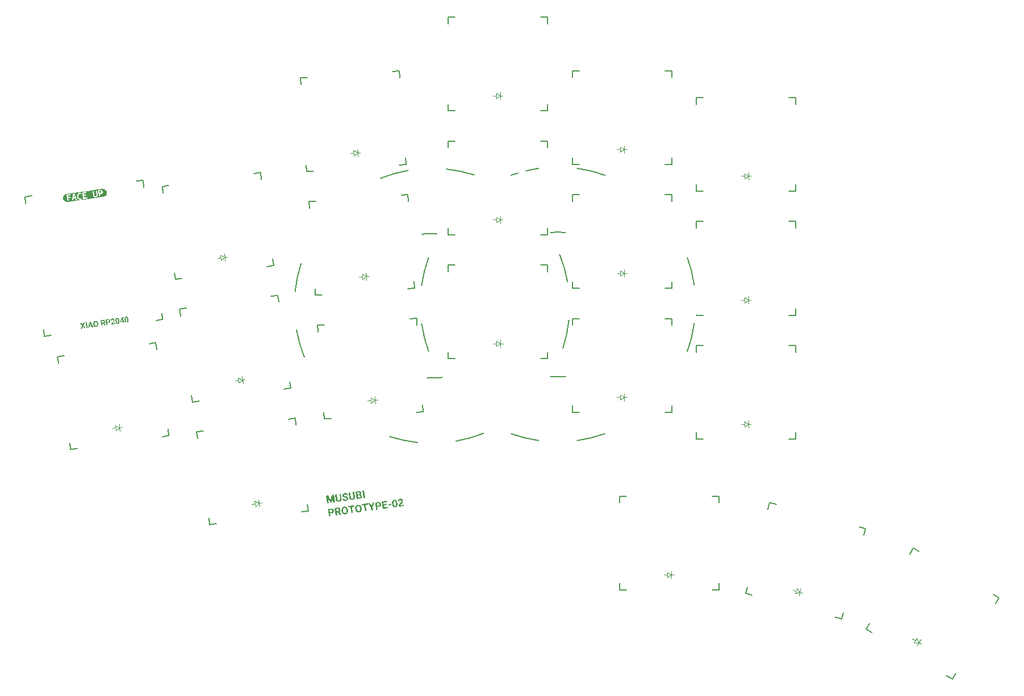
<source format=gto>
G04 #@! TF.GenerationSoftware,KiCad,Pcbnew,(6.0.7-1)-1*
G04 #@! TF.CreationDate,2023-01-14T03:29:51-05:00*
G04 #@! TF.ProjectId,musubi_rev2,6d757375-6269-45f7-9265-76322e6b6963,rev?*
G04 #@! TF.SameCoordinates,Original*
G04 #@! TF.FileFunction,Legend,Top*
G04 #@! TF.FilePolarity,Positive*
%FSLAX46Y46*%
G04 Gerber Fmt 4.6, Leading zero omitted, Abs format (unit mm)*
G04 Created by KiCad (PCBNEW (6.0.7-1)-1) date 2023-01-14 03:29:51*
%MOMM*%
%LPD*%
G01*
G04 APERTURE LIST*
G04 Aperture macros list*
%AMHorizOval*
0 Thick line with rounded ends*
0 $1 width*
0 $2 $3 position (X,Y) of the first rounded end (center of the circle)*
0 $4 $5 position (X,Y) of the second rounded end (center of the circle)*
0 Add line between two ends*
20,1,$1,$2,$3,$4,$5,0*
0 Add two circle primitives to create the rounded ends*
1,1,$1,$2,$3*
1,1,$1,$4,$5*%
%AMRotRect*
0 Rectangle, with rotation*
0 The origin of the aperture is its center*
0 $1 length*
0 $2 width*
0 $3 Rotation angle, in degrees counterclockwise*
0 Add horizontal line*
21,1,$1,$2,0,0,$3*%
G04 Aperture macros list end*
%ADD10C,0.100000*%
%ADD11C,0.150000*%
%ADD12C,0.200000*%
%ADD13R,1.200000X1.200000*%
%ADD14O,0.300000X4.100000*%
%ADD15C,1.300000*%
%ADD16O,5.100000X0.300000*%
%ADD17O,2.000000X4.100000*%
%ADD18O,5.100000X4.100000*%
%ADD19C,1.600000*%
%ADD20C,1.400000*%
%ADD21RotRect,1.200000X1.200000X184.000000*%
%ADD22C,1.500000*%
%ADD23O,2.200000X1.600000*%
%ADD24HorizOval,0.300000X2.376643X0.334015X-2.376643X-0.334015X0*%
%ADD25HorizOval,0.300000X-0.264429X1.881509X0.264429X-1.881509X0*%
%ADD26HorizOval,4.100000X0.495134X0.069587X-0.495134X-0.069587X0*%
%ADD27HorizOval,2.000000X-0.146132X1.039781X0.146132X-1.039781X0*%
%ADD28RotRect,1.200000X1.200000X188.000000*%
%ADD29C,4.400000*%
%ADD30C,2.600000*%
%ADD31HorizOval,0.300000X2.394154X0.167416X-2.394154X-0.167416X0*%
%ADD32HorizOval,0.300000X-0.132537X1.895372X0.132537X-1.895372X0*%
%ADD33HorizOval,2.000000X-0.073244X1.047442X0.073244X-1.047442X0*%
%ADD34HorizOval,4.100000X0.498782X0.034878X-0.498782X-0.034878X0*%
%ADD35HorizOval,2.000000X-0.525000X-0.909327X0.525000X0.909327X0*%
%ADD36HorizOval,0.300000X2.078461X-1.200000X-2.078461X1.200000X0*%
%ADD37HorizOval,4.100000X0.433013X-0.250000X-0.433013X0.250000X0*%
%ADD38HorizOval,0.300000X-0.950000X-1.645448X0.950000X1.645448X0*%
%ADD39HorizOval,1.800000X0.470377X0.066107X-0.470377X-0.066107X0*%
%ADD40HorizOval,1.800000X-0.470377X-0.066107X0.470377X0.066107X0*%
%ADD41C,1.397000*%
%ADD42RotRect,1.200000X1.200000X165.000000*%
%ADD43RotRect,1.200000X1.200000X150.000000*%
%ADD44HorizOval,0.300000X2.318222X-0.621166X-2.318222X0.621166X0*%
%ADD45HorizOval,4.100000X0.482963X-0.129410X-0.482963X0.129410X0*%
%ADD46HorizOval,0.300000X-0.491756X-1.835259X0.491756X1.835259X0*%
%ADD47HorizOval,2.000000X-0.271760X-1.014222X0.271760X1.014222X0*%
G04 APERTURE END LIST*
D10*
X153016364Y-98850848D02*
X153016364Y-98050848D01*
X153616364Y-98450848D02*
X153616364Y-99000848D01*
X153616364Y-98450848D02*
X153616364Y-97900848D01*
X153016364Y-98450848D02*
X152516364Y-98450848D01*
X154016364Y-98450848D02*
X153616364Y-98450848D01*
X153016364Y-98050848D02*
X153616364Y-98450848D01*
X153616364Y-98450848D02*
X153016364Y-98850848D01*
D11*
X160666363Y-49713410D02*
X160666363Y-50713410D01*
X146866363Y-63713410D02*
X145866363Y-63713410D01*
X159666355Y-63713246D02*
X160666355Y-63713246D01*
X145866363Y-49713410D02*
X146866363Y-49713410D01*
X145866355Y-62713246D02*
X145866355Y-63713246D01*
X145866363Y-50713410D02*
X145866363Y-49713410D01*
X160666355Y-49713246D02*
X159666355Y-49713246D01*
X160666355Y-63713246D02*
X160666355Y-62713246D01*
D10*
X116441821Y-98880143D02*
X116403455Y-98331483D01*
X115815380Y-98522971D02*
X116441821Y-98880143D01*
X116441821Y-98880143D02*
X116480187Y-99428803D01*
X115871186Y-99321023D02*
X115815380Y-98522971D01*
X115843283Y-98921997D02*
X115344501Y-98956875D01*
X116840847Y-98852241D02*
X116441821Y-98880143D01*
X116441821Y-98880143D02*
X115871186Y-99321023D01*
X135516439Y-53450910D02*
X135116439Y-53450910D01*
X134516439Y-53450910D02*
X134016439Y-53450910D01*
X135116439Y-53450910D02*
X134516439Y-53850910D01*
X134516439Y-53850910D02*
X134516439Y-53050910D01*
X135116439Y-53450910D02*
X135116439Y-52900910D01*
X134516439Y-53050910D02*
X135116439Y-53450910D01*
X135116439Y-53450910D02*
X135116439Y-54000910D01*
X172116327Y-65450912D02*
X172116327Y-66000912D01*
X172116327Y-65450912D02*
X172116327Y-64900912D01*
X171516327Y-65050912D02*
X172116327Y-65450912D01*
X172516327Y-65450912D02*
X172116327Y-65450912D01*
X171516327Y-65850912D02*
X171516327Y-65050912D01*
X171516327Y-65450912D02*
X171016327Y-65450912D01*
X172116327Y-65450912D02*
X171516327Y-65850912D01*
D11*
X167711596Y-113213119D02*
X166711596Y-113213119D01*
X167711604Y-113213283D02*
X167711604Y-114213283D01*
X152911604Y-114213283D02*
X152911604Y-113213283D01*
X167711596Y-127213119D02*
X167711596Y-126213119D01*
X152911596Y-126213119D02*
X152911596Y-127213119D01*
X166711596Y-127213119D02*
X167711596Y-127213119D01*
X152911604Y-113213283D02*
X153911604Y-113213283D01*
X153911604Y-127213283D02*
X152911604Y-127213283D01*
X89875497Y-103617045D02*
X90865765Y-103477872D01*
X105489589Y-115560048D02*
X106479857Y-115420875D01*
X90014670Y-104607313D02*
X89875497Y-103617045D01*
X92814189Y-117341625D02*
X91823921Y-117480798D01*
X106479857Y-115420875D02*
X106340684Y-114430607D01*
X104531434Y-101557122D02*
X103541166Y-101696295D01*
X104531465Y-101557283D02*
X104670638Y-102547551D01*
X91684717Y-116490368D02*
X91823890Y-117480636D01*
D10*
X99167978Y-114260231D02*
X98629486Y-114739843D01*
X99564085Y-114204562D02*
X99167978Y-114260231D01*
X99167978Y-114260231D02*
X99244523Y-114804879D01*
X99167978Y-114260231D02*
X99091433Y-113715584D01*
X98573817Y-114343735D02*
X98078683Y-114413322D01*
X98629486Y-114739843D02*
X98518148Y-113947628D01*
X98518148Y-113947628D02*
X99167978Y-114260231D01*
X171516324Y-83550865D02*
X172116324Y-83950865D01*
X172116324Y-83950865D02*
X172116324Y-84500865D01*
X172116324Y-83950865D02*
X172116324Y-83400865D01*
X172516324Y-83950865D02*
X172116324Y-83950865D01*
X172116324Y-83950865D02*
X171516324Y-84350865D01*
X171516324Y-83950865D02*
X171016324Y-83950865D01*
X171516324Y-84350865D02*
X171516324Y-83550865D01*
G36*
X75836595Y-87776356D02*
G01*
X75663884Y-87800629D01*
X75562330Y-87078029D01*
X75738451Y-87078029D01*
X75773809Y-87329612D01*
X75913129Y-87310032D01*
X75969681Y-87293645D01*
X76009224Y-87262770D01*
X76030462Y-87219643D01*
X76032094Y-87166504D01*
X76016231Y-87114723D01*
X75985308Y-87077974D01*
X75939054Y-87058496D01*
X75877196Y-87058530D01*
X75738451Y-87078029D01*
X75562330Y-87078029D01*
X75546080Y-86962407D01*
X75857535Y-86918635D01*
X75950042Y-86913136D01*
X76029520Y-86924470D01*
X76095969Y-86952638D01*
X76147803Y-86996560D01*
X76183434Y-87055152D01*
X76202862Y-87128414D01*
X76204634Y-87208375D01*
X76185836Y-87276695D01*
X76146364Y-87334712D01*
X76086111Y-87383762D01*
X76315598Y-87700818D01*
X76316730Y-87708878D01*
X76131354Y-87734931D01*
X75931063Y-87450169D01*
X75793470Y-87469507D01*
X75836595Y-87776356D01*
G37*
G36*
X78032978Y-87469175D02*
G01*
X77958892Y-87448863D01*
X77896311Y-87406453D01*
X77846129Y-87343188D01*
X77809237Y-87260311D01*
X77785636Y-87157825D01*
X77763952Y-87003536D01*
X77756914Y-86894743D01*
X77761441Y-86859316D01*
X77921787Y-86859316D01*
X77925233Y-86943884D01*
X77953875Y-87147683D01*
X77973406Y-87236007D01*
X78003197Y-87296032D01*
X78044787Y-87328273D01*
X78099718Y-87333248D01*
X78150572Y-87313920D01*
X78181085Y-87273086D01*
X78193170Y-87209745D01*
X78188742Y-87122893D01*
X78160748Y-86923701D01*
X78140971Y-86834676D01*
X78110931Y-86776008D01*
X78069439Y-86745514D01*
X78015310Y-86741013D01*
X77965876Y-86759481D01*
X77935018Y-86798383D01*
X77921787Y-86859316D01*
X77761441Y-86859316D01*
X77768703Y-86802481D01*
X77799317Y-86726751D01*
X77847899Y-86668391D01*
X77913585Y-86628241D01*
X77996377Y-86606299D01*
X78081965Y-86604479D01*
X78156037Y-86624694D01*
X78218595Y-86666945D01*
X78268755Y-86730050D01*
X78305633Y-86812831D01*
X78329229Y-86915286D01*
X78350913Y-87069573D01*
X78357931Y-87177522D01*
X78346404Y-87269551D01*
X78316331Y-87345662D01*
X78268128Y-87404621D01*
X78202207Y-87445196D01*
X78118570Y-87467387D01*
X78032978Y-87469175D01*
G37*
G36*
X73602871Y-88090286D02*
G01*
X73430160Y-88114559D01*
X73312356Y-87276336D01*
X73485067Y-87252063D01*
X73602871Y-88090286D01*
G37*
G36*
X74822852Y-87924895D02*
G01*
X74758522Y-87916911D01*
X74697617Y-87897095D01*
X74641848Y-87866024D01*
X74592928Y-87824270D01*
X74550856Y-87771834D01*
X74516698Y-87710262D01*
X74491518Y-87641101D01*
X74475318Y-87564352D01*
X74469492Y-87522902D01*
X74463315Y-87442981D01*
X74465163Y-87413374D01*
X74638244Y-87413374D01*
X74643939Y-87494275D01*
X74649684Y-87535150D01*
X74666059Y-87613604D01*
X74691126Y-87677789D01*
X74724886Y-87727708D01*
X74789920Y-87772726D01*
X74870704Y-87779425D01*
X74945163Y-87751568D01*
X74994679Y-87692434D01*
X75013282Y-87636362D01*
X75019700Y-87567849D01*
X75013932Y-87486894D01*
X75008188Y-87446018D01*
X74991579Y-87365901D01*
X74966457Y-87301332D01*
X74932823Y-87252309D01*
X74868320Y-87208978D01*
X74788481Y-87202733D01*
X74713857Y-87230467D01*
X74663849Y-87289230D01*
X74644881Y-87345026D01*
X74638244Y-87413374D01*
X74465163Y-87413374D01*
X74467980Y-87368257D01*
X74483484Y-87298728D01*
X74509187Y-87236082D01*
X74544445Y-87182009D01*
X74589255Y-87136507D01*
X74642221Y-87100525D01*
X74701941Y-87075009D01*
X74768415Y-87059959D01*
X74836463Y-87056103D01*
X74900903Y-87064169D01*
X74961735Y-87084159D01*
X75017352Y-87115546D01*
X75066147Y-87157806D01*
X75108122Y-87210941D01*
X75142182Y-87273438D01*
X75167235Y-87343791D01*
X75183282Y-87421997D01*
X75188541Y-87459419D01*
X75194800Y-87539229D01*
X75190383Y-87613625D01*
X75175291Y-87682608D01*
X75150005Y-87744737D01*
X75115009Y-87798579D01*
X75070303Y-87844131D01*
X75017296Y-87880282D01*
X74957398Y-87905921D01*
X74890608Y-87921047D01*
X74822852Y-87924895D01*
G37*
G36*
X76589038Y-87670607D02*
G01*
X76416328Y-87694880D01*
X76314773Y-86972280D01*
X76490895Y-86972280D01*
X76527871Y-87235376D01*
X76682158Y-87213693D01*
X76741402Y-87197148D01*
X76782117Y-87166768D01*
X76803601Y-87123828D01*
X76805153Y-87069599D01*
X76788257Y-87015175D01*
X76754886Y-86975100D01*
X76707663Y-86952383D01*
X76649212Y-86950030D01*
X76490895Y-86972280D01*
X76314773Y-86972280D01*
X76298523Y-86856658D01*
X76625521Y-86810701D01*
X76715465Y-86806866D01*
X76796466Y-86821901D01*
X76865742Y-86854801D01*
X76920508Y-86904563D01*
X76958995Y-86968503D01*
X76979429Y-87043932D01*
X76980788Y-87121593D01*
X76961776Y-87190311D01*
X76922396Y-87250084D01*
X76864524Y-87298498D01*
X76790039Y-87333134D01*
X76698941Y-87353993D01*
X76547532Y-87375272D01*
X76589038Y-87670607D01*
G37*
G36*
X73909051Y-87871133D02*
G01*
X73875753Y-88051935D01*
X73692105Y-88077745D01*
X73769846Y-87724684D01*
X73936022Y-87724684D01*
X74145578Y-87695233D01*
X73996128Y-87396281D01*
X73936022Y-87724684D01*
X73769846Y-87724684D01*
X73886331Y-87195669D01*
X74046376Y-87173176D01*
X74477938Y-87967303D01*
X74294289Y-87993113D01*
X74211871Y-87828574D01*
X73955683Y-87864579D01*
X73909051Y-87871133D01*
G37*
G36*
X73022473Y-87740944D02*
G01*
X73332291Y-88128313D01*
X73131371Y-88156551D01*
X72928910Y-87885597D01*
X72808978Y-88201860D01*
X72608058Y-88230098D01*
X72799101Y-87772337D01*
X72496586Y-87390985D01*
X72695203Y-87363071D01*
X72892986Y-87629986D01*
X73009537Y-87318895D01*
X73208154Y-87290981D01*
X73022473Y-87740944D01*
G37*
G36*
X79385878Y-87279038D02*
G01*
X79311791Y-87258726D01*
X79249211Y-87216316D01*
X79199028Y-87153050D01*
X79162137Y-87070174D01*
X79138536Y-86967687D01*
X79116852Y-86813398D01*
X79109814Y-86704605D01*
X79114340Y-86669178D01*
X79274687Y-86669178D01*
X79278133Y-86753747D01*
X79306775Y-86957545D01*
X79326306Y-87045869D01*
X79356097Y-87105894D01*
X79397687Y-87138135D01*
X79452617Y-87143111D01*
X79503471Y-87123782D01*
X79533984Y-87082948D01*
X79546070Y-87019607D01*
X79541643Y-86932755D01*
X79513648Y-86733563D01*
X79493872Y-86644538D01*
X79463831Y-86585870D01*
X79422340Y-86555377D01*
X79368210Y-86550875D01*
X79318777Y-86569344D01*
X79287918Y-86608245D01*
X79274687Y-86669178D01*
X79114340Y-86669178D01*
X79121602Y-86612344D01*
X79152218Y-86536614D01*
X79200798Y-86478254D01*
X79266486Y-86438103D01*
X79349278Y-86416161D01*
X79434864Y-86414341D01*
X79508937Y-86434557D01*
X79571495Y-86476807D01*
X79621655Y-86539913D01*
X79658533Y-86622693D01*
X79682129Y-86725148D01*
X79703813Y-86879436D01*
X79710831Y-86987385D01*
X79699303Y-87079414D01*
X79669231Y-87155525D01*
X79621027Y-87214483D01*
X79555107Y-87255058D01*
X79471469Y-87277249D01*
X79385878Y-87279038D01*
G37*
G36*
X78468549Y-87221531D02*
G01*
X78446340Y-87117805D01*
X78470153Y-87065143D01*
X78608015Y-87065143D01*
X78793392Y-87039090D01*
X78751804Y-86743179D01*
X78743536Y-86763714D01*
X78608015Y-87065143D01*
X78470153Y-87065143D01*
X78718199Y-86516595D01*
X78886303Y-86492969D01*
X78959769Y-87015707D01*
X79054761Y-87002357D01*
X79073613Y-87136495D01*
X78978621Y-87149846D01*
X79004108Y-87331191D01*
X78837730Y-87354574D01*
X78812244Y-87173228D01*
X78626867Y-87199281D01*
X78468549Y-87221531D01*
G37*
G36*
X77465050Y-86709151D02*
G01*
X77524117Y-86736075D01*
X77570561Y-86777622D01*
X77602679Y-86832794D01*
X77620468Y-86901590D01*
X77621228Y-86965475D01*
X77606030Y-87032776D01*
X77572086Y-87108728D01*
X77516612Y-87198569D01*
X77354292Y-87426270D01*
X77714682Y-87375620D01*
X77733534Y-87509759D01*
X77158983Y-87590507D01*
X77142963Y-87476518D01*
X77373501Y-87149407D01*
X77414047Y-87085441D01*
X77441146Y-87031292D01*
X77455781Y-86941174D01*
X77441719Y-86892294D01*
X77415232Y-86857344D01*
X77330144Y-86836720D01*
X77281063Y-86853524D01*
X77246659Y-86888080D01*
X77228584Y-86936485D01*
X77228494Y-86994839D01*
X77061539Y-87018303D01*
X77060383Y-86943760D01*
X77078436Y-86873269D01*
X77114609Y-86810578D01*
X77167818Y-86759437D01*
X77235268Y-86722439D01*
X77314170Y-86702177D01*
X77395068Y-86697852D01*
X77465050Y-86709151D01*
G37*
D11*
X108798755Y-100680003D02*
X108868512Y-101677567D01*
X107961697Y-88709397D02*
X107891941Y-87711833D01*
X107891941Y-87711833D02*
X108889505Y-87642077D01*
X122655889Y-86679437D02*
X122725645Y-87677001D01*
X122655869Y-86679274D02*
X121658305Y-86749031D01*
X109866095Y-101607973D02*
X108868531Y-101677730D01*
X122634896Y-100714927D02*
X123632460Y-100645171D01*
X123632460Y-100645171D02*
X123562703Y-99647607D01*
X196684849Y-120976540D02*
X197550874Y-121476540D01*
X201636075Y-140000750D02*
X202502100Y-140500750D01*
X190550874Y-133600896D02*
X189684849Y-133100896D01*
X196184849Y-121842566D02*
X196684849Y-120976540D01*
X209502100Y-128376394D02*
X208636075Y-127876394D01*
X209502025Y-128376540D02*
X209002025Y-129242566D01*
X202502100Y-140500750D02*
X203002100Y-139634725D01*
X190184924Y-132234725D02*
X189684924Y-133100750D01*
X72050686Y-106122125D02*
X71060418Y-106261298D01*
X70921214Y-105270868D02*
X71060387Y-106261136D01*
X84726086Y-104340548D02*
X85716354Y-104201375D01*
X83767931Y-90337622D02*
X82777663Y-90476795D01*
X69251167Y-93387813D02*
X69111994Y-92397545D01*
X83767962Y-90337783D02*
X83907135Y-91328051D01*
X69111994Y-92397545D02*
X70102262Y-92258372D01*
X85716354Y-104201375D02*
X85577181Y-103211107D01*
D12*
X144852184Y-73867118D02*
G75*
G03*
X143723799Y-73807981I-1128385J-10735763D01*
G01*
X150731846Y-65316847D02*
G75*
G03*
X146581299Y-64282981I-7008047J-19286134D01*
G01*
X164043799Y-81745481D02*
G75*
G03*
X163009934Y-77594936I-20320019J-2857506D01*
G01*
X163009934Y-91611027D02*
G75*
G03*
X164043799Y-87460481I-19286185J7008058D01*
G01*
X123403799Y-87460481D02*
G75*
G03*
X124437665Y-91611028I20319953J2857490D01*
G01*
X142595414Y-95338845D02*
G75*
G03*
X143723799Y-95397981I1128379J10735785D01*
G01*
X136715753Y-103889116D02*
G75*
G03*
X140866299Y-104922981I7008046J19286135D01*
G01*
X146581299Y-104922981D02*
G75*
G03*
X150731846Y-103889115I-2857500J20320000D01*
G01*
X140866299Y-64282981D02*
G75*
G03*
X136715751Y-65316847I2857496J-20319983D01*
G01*
X143723799Y-95397982D02*
G75*
G03*
X144852184Y-95338845I0J10794901D01*
G01*
X143723799Y-73807981D02*
G75*
G03*
X142595414Y-73867117I-6J-10794921D01*
G01*
X124437665Y-77594933D02*
G75*
G03*
X123403799Y-81745481I19286117J-7008044D01*
G01*
D11*
X164366325Y-91713328D02*
X164366325Y-90713328D01*
X164366317Y-103713164D02*
X164366317Y-104713164D01*
X179166325Y-90713328D02*
X179166325Y-91713328D01*
X178166317Y-104713164D02*
X179166317Y-104713164D01*
X179166317Y-104713164D02*
X179166317Y-103713164D01*
X179166317Y-90713164D02*
X178166317Y-90713164D01*
X165366325Y-104713328D02*
X164366325Y-104713328D01*
X164366325Y-90713328D02*
X165366325Y-90713328D01*
D10*
X135121404Y-90450920D02*
X134521404Y-90850920D01*
X135521404Y-90450920D02*
X135121404Y-90450920D01*
X134521404Y-90450920D02*
X134021404Y-90450920D01*
X134521404Y-90050920D02*
X135121404Y-90450920D01*
X135121404Y-90450920D02*
X135121404Y-89900920D01*
X134521404Y-90850920D02*
X134521404Y-90050920D01*
X135121404Y-90450920D02*
X135121404Y-91000920D01*
X113860801Y-61970323D02*
X113899167Y-62518983D01*
X113262263Y-62012177D02*
X112763481Y-62047055D01*
X113860801Y-61970323D02*
X113290166Y-62411203D01*
X114259827Y-61942421D02*
X113860801Y-61970323D01*
X113290166Y-62411203D02*
X113234360Y-61613151D01*
X113860801Y-61970323D02*
X113822435Y-61421663D01*
X113234360Y-61613151D02*
X113860801Y-61970323D01*
D11*
X142166440Y-41713425D02*
X142166440Y-42713425D01*
X142166432Y-41713261D02*
X141166432Y-41713261D01*
X141166432Y-55713261D02*
X142166432Y-55713261D01*
X128366440Y-55713425D02*
X127366440Y-55713425D01*
X127366440Y-42713425D02*
X127366440Y-41713425D01*
X127366440Y-41713425D02*
X128366440Y-41713425D01*
X142166432Y-55713261D02*
X142166432Y-54713261D01*
X127366432Y-54713261D02*
X127366432Y-55713261D01*
X87439969Y-86287389D02*
X87300796Y-85297121D01*
X102914888Y-97240124D02*
X103905156Y-97100951D01*
X90239488Y-99021701D02*
X89249220Y-99160874D01*
X101956733Y-83237198D02*
X100966465Y-83376371D01*
X89110016Y-98170444D02*
X89249189Y-99160712D01*
X101956764Y-83237359D02*
X102095937Y-84227627D01*
X103905156Y-97100951D02*
X103765983Y-96110683D01*
X87300796Y-85297121D02*
X88291064Y-85157948D01*
X142166406Y-74213247D02*
X142166406Y-73213247D01*
X141166406Y-74213247D02*
X142166406Y-74213247D01*
X142166414Y-60213411D02*
X142166414Y-61213411D01*
X142166406Y-60213247D02*
X141166406Y-60213247D01*
X127366414Y-60213411D02*
X128366414Y-60213411D01*
X128366414Y-74213411D02*
X127366414Y-74213411D01*
X127366414Y-61213411D02*
X127366414Y-60213411D01*
X127366406Y-73213247D02*
X127366406Y-74213247D01*
X84786185Y-86869509D02*
X84647012Y-85879241D01*
X81863550Y-66073879D02*
X80873282Y-66213053D01*
X67179218Y-89344007D02*
X67040045Y-88353739D01*
X81863550Y-66073879D02*
X82002723Y-67064147D01*
X64256583Y-68548377D02*
X64395756Y-69538645D01*
X84786185Y-86869509D02*
X83795917Y-87008682D01*
X67179218Y-89344007D02*
X68169486Y-89204833D01*
X64256583Y-68548377D02*
X65246851Y-68409204D01*
G36*
X75592089Y-67658487D02*
G01*
X75633581Y-67701351D01*
X75655366Y-67772232D01*
X75654319Y-67850330D01*
X75625990Y-67905410D01*
X75571324Y-67941347D01*
X75491269Y-67962017D01*
X75412666Y-67973064D01*
X75368479Y-67658653D01*
X75415874Y-67647984D01*
X75463712Y-67640461D01*
X75534321Y-67639554D01*
X75592089Y-67658487D01*
G37*
G36*
X72541557Y-68999980D02*
G01*
X71854570Y-69096529D01*
X70603218Y-69272395D01*
X70603087Y-69272414D01*
X70489700Y-69277117D01*
X70377572Y-69259609D01*
X70271015Y-69220562D01*
X70174123Y-69161476D01*
X70090620Y-69084624D01*
X70023714Y-68992958D01*
X69975978Y-68890000D01*
X69949245Y-68779708D01*
X69944542Y-68666320D01*
X69962050Y-68554192D01*
X70001097Y-68447636D01*
X70060182Y-68350744D01*
X70137035Y-68267240D01*
X70210857Y-68213358D01*
X70454380Y-68213358D01*
X70591140Y-69186457D01*
X70784503Y-69159282D01*
X70774474Y-69087919D01*
X71292275Y-69087919D01*
X71493497Y-69059639D01*
X71505921Y-68828650D01*
X71765310Y-68792195D01*
X71842493Y-69010591D01*
X72050003Y-68981427D01*
X72008560Y-68874746D01*
X71967251Y-68771316D01*
X71926080Y-68671137D01*
X71885044Y-68574210D01*
X71844146Y-68480533D01*
X71794861Y-68370611D01*
X72030287Y-68370611D01*
X72038107Y-68486138D01*
X72061028Y-68600043D01*
X72095549Y-68698090D01*
X72141666Y-68780281D01*
X72199383Y-68846614D01*
X72292837Y-68908290D01*
X72403826Y-68937579D01*
X72532351Y-68934478D01*
X72617479Y-68917104D01*
X72690504Y-68890609D01*
X72794815Y-68828658D01*
X72724651Y-68683017D01*
X72650123Y-68728761D01*
X72527576Y-68763617D01*
X72412250Y-68757182D01*
X72327233Y-68701198D01*
X72285818Y-68637818D01*
X72254724Y-68555354D01*
X72233951Y-68453805D01*
X72226884Y-68365024D01*
X72232637Y-68290473D01*
X72273188Y-68179770D01*
X72342485Y-68113923D01*
X72428987Y-68084933D01*
X72548425Y-68084980D01*
X72641307Y-68112805D01*
X72669961Y-67951674D01*
X72635082Y-67937339D01*
X72579105Y-67921160D01*
X72503242Y-67911783D01*
X72408491Y-67916282D01*
X72317517Y-67937684D01*
X72236385Y-67974937D01*
X72166781Y-68027201D01*
X72110392Y-68093639D01*
X72068115Y-68173524D01*
X72040852Y-68266128D01*
X72030287Y-68370611D01*
X71794861Y-68370611D01*
X71793286Y-68367098D01*
X71742783Y-68256919D01*
X71692639Y-68149996D01*
X71642850Y-68046330D01*
X71432196Y-68075935D01*
X71414015Y-68188252D01*
X71395674Y-68303699D01*
X71377170Y-68422273D01*
X71358505Y-68543977D01*
X71343858Y-68644626D01*
X71329913Y-68749345D01*
X71316666Y-68858133D01*
X71304121Y-68970991D01*
X71292275Y-69087919D01*
X70774474Y-69087919D01*
X70725955Y-68742689D01*
X71078094Y-68693199D01*
X71055558Y-68532850D01*
X70703419Y-68582340D01*
X70670279Y-68346532D01*
X71072723Y-68289972D01*
X71050188Y-68129623D01*
X70454380Y-68213358D01*
X70210857Y-68213358D01*
X70228700Y-68200335D01*
X70331659Y-68152598D01*
X70441951Y-68125866D01*
X70442081Y-68125847D01*
X72177485Y-67881952D01*
X72812456Y-67881952D01*
X72949216Y-68855051D01*
X73573321Y-68767339D01*
X73550785Y-68606990D01*
X73120043Y-68667526D01*
X73081600Y-68393990D01*
X73425879Y-68345604D01*
X73403343Y-68185255D01*
X73059065Y-68233641D01*
X73028354Y-68015126D01*
X73424511Y-67959450D01*
X73401976Y-67799101D01*
X72812456Y-67881952D01*
X72177485Y-67881952D01*
X73711808Y-67666317D01*
X74346777Y-67666317D01*
X74434048Y-68287277D01*
X74449356Y-68367685D01*
X74471420Y-68439128D01*
X74501647Y-68500207D01*
X74541440Y-68549521D01*
X74653332Y-68609943D01*
X74727398Y-68619371D01*
X74814969Y-68613677D01*
X74902092Y-68594820D01*
X74971672Y-68565203D01*
X75025391Y-68525390D01*
X75064933Y-68475949D01*
X75090772Y-68417411D01*
X75103384Y-68350312D01*
X75104901Y-68275554D01*
X75097453Y-68194041D01*
X75010183Y-67573082D01*
X74816821Y-67600257D01*
X74902103Y-68207069D01*
X74910286Y-68310921D01*
X74897777Y-68381612D01*
X74860524Y-68424522D01*
X74794473Y-68445026D01*
X74725327Y-68443522D01*
X74678587Y-68413219D01*
X74647974Y-68349390D01*
X74627214Y-68247304D01*
X74541712Y-67638921D01*
X74346777Y-67666317D01*
X73711808Y-67666317D01*
X74431927Y-67565111D01*
X75158151Y-67565111D01*
X75293144Y-68525633D01*
X75486506Y-68498458D01*
X75440330Y-68169900D01*
X75509500Y-68160179D01*
X75624530Y-68135195D01*
X75718089Y-68095595D01*
X75790180Y-68041378D01*
X75838584Y-67970718D01*
X75861087Y-67881790D01*
X75857689Y-67774593D01*
X75831642Y-67671647D01*
X75785909Y-67593377D01*
X75720486Y-67539784D01*
X75637153Y-67508300D01*
X75537686Y-67496363D01*
X75422086Y-67503970D01*
X75360996Y-67514160D01*
X75290807Y-67528031D01*
X75220273Y-67545158D01*
X75158151Y-67565111D01*
X74431927Y-67565111D01*
X75801202Y-67372672D01*
X75801333Y-67372653D01*
X75914721Y-67367950D01*
X76026849Y-67385458D01*
X76133405Y-67424506D01*
X76230297Y-67483591D01*
X76313801Y-67560443D01*
X76380706Y-67652109D01*
X76428443Y-67755067D01*
X76455175Y-67865359D01*
X76459879Y-67978747D01*
X76442371Y-68090875D01*
X76403323Y-68197431D01*
X76344238Y-68294323D01*
X76267386Y-68377827D01*
X76175720Y-68444732D01*
X76072762Y-68492469D01*
X75962470Y-68519202D01*
X75962339Y-68519220D01*
X75498584Y-68584397D01*
X74824174Y-68679179D01*
X72961294Y-68940989D01*
X72541557Y-68999980D01*
G37*
G36*
X71599072Y-68322268D02*
G01*
X71637922Y-68416200D01*
X71672733Y-68509899D01*
X71705737Y-68607859D01*
X71515520Y-68634593D01*
X71521031Y-68531220D01*
X71529451Y-68431445D01*
X71540906Y-68330442D01*
X71555296Y-68221815D01*
X71599072Y-68322268D01*
G37*
D10*
X171516321Y-102063166D02*
X172116321Y-102463166D01*
X171516321Y-102863166D02*
X171516321Y-102063166D01*
X172116321Y-102463166D02*
X172116321Y-101913166D01*
X172516321Y-102463166D02*
X172116321Y-102463166D01*
X171516321Y-102463166D02*
X171016321Y-102463166D01*
X172116321Y-102463166D02*
X172116321Y-103013166D01*
X172116321Y-102463166D02*
X171516321Y-102863166D01*
X153016363Y-79950864D02*
X152516363Y-79950864D01*
X153616363Y-79950864D02*
X153616363Y-79400864D01*
X153616363Y-79950864D02*
X153616363Y-80500864D01*
X153016363Y-80350864D02*
X153016363Y-79550864D01*
X154016363Y-79950864D02*
X153616363Y-79950864D01*
X153616363Y-79950864D02*
X153016363Y-80350864D01*
X153016363Y-79550864D02*
X153616363Y-79950864D01*
X179092132Y-127758627D02*
X179299187Y-126985886D01*
X179299187Y-126985886D02*
X179775215Y-127527548D01*
X179775215Y-127527548D02*
X179632865Y-128058807D01*
X179195660Y-127372256D02*
X178712697Y-127242847D01*
X179775215Y-127527548D02*
X179092132Y-127758627D01*
X180161585Y-127631075D02*
X179775215Y-127527548D01*
X179775215Y-127527548D02*
X179917566Y-126996288D01*
G36*
X118873560Y-114544549D02*
G01*
X118444541Y-114604844D01*
X118419588Y-114427293D01*
X118848607Y-114366998D01*
X118873560Y-114544549D01*
G37*
G36*
X112172869Y-112765235D02*
G01*
X112263407Y-112805836D01*
X112335537Y-112867224D01*
X112386263Y-112946199D01*
X112412593Y-113039561D01*
X112182313Y-113071925D01*
X112160635Y-113005404D01*
X112117178Y-112959360D01*
X112054542Y-112935579D01*
X111975325Y-112935852D01*
X111901547Y-112955320D01*
X111849082Y-112989994D01*
X111815473Y-113090605D01*
X111883194Y-113174236D01*
X111956048Y-113200396D01*
X112054485Y-113220612D01*
X112179615Y-113246426D01*
X112281921Y-113281884D01*
X112361405Y-113326986D01*
X112442570Y-113415772D01*
X112481852Y-113532362D01*
X112482272Y-113623843D01*
X112456345Y-113704851D01*
X112404072Y-113775383D01*
X112328893Y-113832698D01*
X112234249Y-113874048D01*
X112120141Y-113899434D01*
X111995282Y-113904948D01*
X111878620Y-113885238D01*
X111777399Y-113842420D01*
X111698862Y-113778606D01*
X111644663Y-113695813D01*
X111616457Y-113596061D01*
X111847505Y-113563589D01*
X111872697Y-113642582D01*
X111922272Y-113694566D01*
X111996231Y-113719543D01*
X112094574Y-113717513D01*
X112166515Y-113698889D01*
X112218071Y-113666106D01*
X112251019Y-113566370D01*
X112190886Y-113472670D01*
X112121363Y-113445847D01*
X112014727Y-113422282D01*
X111902046Y-113398883D01*
X111814395Y-113372552D01*
X111697884Y-113310911D01*
X111621447Y-113227461D01*
X111585084Y-113122202D01*
X111585804Y-113034724D01*
X111613422Y-112953447D01*
X111666711Y-112881478D01*
X111744446Y-112821924D01*
X111841657Y-112777733D01*
X111953380Y-112751856D01*
X112068125Y-112746786D01*
X112172869Y-112765235D01*
G37*
G36*
X110811564Y-116071565D02*
G01*
X110582958Y-116103693D01*
X110448536Y-115147232D01*
X110681658Y-115147232D01*
X110728458Y-115480235D01*
X110912868Y-115454318D01*
X110987721Y-115432628D01*
X111040064Y-115391761D01*
X111068175Y-115334677D01*
X111070335Y-115264340D01*
X111049338Y-115195800D01*
X111008406Y-115147157D01*
X110947183Y-115121377D01*
X110865305Y-115121422D01*
X110681658Y-115147232D01*
X110448536Y-115147232D01*
X110427027Y-114994189D01*
X110839281Y-114936251D01*
X110961727Y-114928972D01*
X111066926Y-114943975D01*
X111154881Y-114981259D01*
X111223491Y-115039395D01*
X111270655Y-115116950D01*
X111296371Y-115213923D01*
X111298715Y-115319761D01*
X111273833Y-115410193D01*
X111221586Y-115486987D01*
X111141833Y-115551911D01*
X111445591Y-115971578D01*
X111447091Y-115982247D01*
X111201720Y-116016732D01*
X110936606Y-115639811D01*
X110754483Y-115665406D01*
X110811564Y-116071565D01*
G37*
G36*
X118248533Y-114083777D02*
G01*
X117734930Y-114155959D01*
X117772092Y-114420380D01*
X118211017Y-114358693D01*
X118236184Y-114537769D01*
X117797260Y-114599455D01*
X117839027Y-114896644D01*
X118354153Y-114824247D01*
X118379963Y-115007896D01*
X117636231Y-115112420D01*
X117480300Y-114002916D01*
X118222509Y-113898606D01*
X118248533Y-114083777D01*
G37*
G36*
X116858206Y-115221765D02*
G01*
X116629599Y-115253893D01*
X116495178Y-114297432D01*
X116728299Y-114297432D01*
X116777242Y-114645676D01*
X116981464Y-114616975D01*
X117059882Y-114595074D01*
X117113773Y-114554863D01*
X117142211Y-114498026D01*
X117144265Y-114426246D01*
X117121901Y-114354207D01*
X117077730Y-114301164D01*
X117015223Y-114271095D01*
X116937856Y-114267980D01*
X116728299Y-114297432D01*
X116495178Y-114297432D01*
X116473669Y-114144389D01*
X116906497Y-114083559D01*
X117025550Y-114078484D01*
X117132766Y-114098384D01*
X117224461Y-114141932D01*
X117296953Y-114207799D01*
X117347895Y-114292432D01*
X117374942Y-114392272D01*
X117376740Y-114495068D01*
X117351577Y-114586026D01*
X117299451Y-114665144D01*
X117222850Y-114729226D01*
X117124259Y-114775071D01*
X117003678Y-114802681D01*
X116803266Y-114830848D01*
X116858206Y-115221765D01*
G37*
G36*
X120395999Y-113614900D02*
G01*
X120474181Y-113650536D01*
X120535658Y-113705530D01*
X120578169Y-113778558D01*
X120601717Y-113869620D01*
X120602722Y-113954180D01*
X120582605Y-114043261D01*
X120537677Y-114143796D01*
X120464249Y-114262711D01*
X120249396Y-114564106D01*
X120726421Y-114497064D01*
X120751374Y-114674616D01*
X119990877Y-114781496D01*
X119969672Y-114630615D01*
X120274822Y-114197639D01*
X120328489Y-114112972D01*
X120364360Y-114041297D01*
X120383729Y-113922014D01*
X120330058Y-113811053D01*
X120217432Y-113783754D01*
X120152467Y-113805998D01*
X120106928Y-113851737D01*
X120083004Y-113915808D01*
X120082883Y-113993047D01*
X119861897Y-114024104D01*
X119860366Y-113925437D01*
X119884262Y-113832132D01*
X119932143Y-113749153D01*
X120002570Y-113681461D01*
X120091851Y-113632488D01*
X120196288Y-113605668D01*
X120303368Y-113599943D01*
X120395999Y-113614900D01*
G37*
G36*
X113974807Y-115635029D02*
G01*
X113889656Y-115624461D01*
X113809041Y-115598232D01*
X113735223Y-115557104D01*
X113670470Y-115501837D01*
X113614783Y-115432431D01*
X113569570Y-115350933D01*
X113536241Y-115259389D01*
X113514797Y-115157801D01*
X113507086Y-115102935D01*
X113498911Y-114997150D01*
X113501357Y-114957960D01*
X113730453Y-114957960D01*
X113737991Y-115065045D01*
X113745594Y-115119148D01*
X113767269Y-115222992D01*
X113800450Y-115307951D01*
X113845135Y-115374025D01*
X113931217Y-115433613D01*
X114038146Y-115442479D01*
X114136702Y-115405607D01*
X114202243Y-115327334D01*
X114226868Y-115253116D01*
X114235362Y-115162430D01*
X114227728Y-115055273D01*
X114220124Y-115001170D01*
X114198141Y-114895124D01*
X114164889Y-114809656D01*
X114120369Y-114744768D01*
X114034990Y-114687414D01*
X113929312Y-114679148D01*
X113830538Y-114715856D01*
X113764345Y-114793638D01*
X113739238Y-114867492D01*
X113730453Y-114957960D01*
X113501357Y-114957960D01*
X113505085Y-114898241D01*
X113525607Y-114806210D01*
X113559628Y-114723290D01*
X113606296Y-114651715D01*
X113665609Y-114591489D01*
X113735716Y-114543862D01*
X113814764Y-114510087D01*
X113902753Y-114490166D01*
X113992823Y-114485062D01*
X114078118Y-114495741D01*
X114158637Y-114522198D01*
X114232254Y-114563743D01*
X114296842Y-114619681D01*
X114352401Y-114690011D01*
X114397484Y-114772737D01*
X114430646Y-114865858D01*
X114451886Y-114969376D01*
X114458847Y-115018907D01*
X114467132Y-115124547D01*
X114461286Y-115223021D01*
X114441308Y-115314328D01*
X114407838Y-115396566D01*
X114361517Y-115467832D01*
X114302342Y-115528127D01*
X114232180Y-115575977D01*
X114152897Y-115609914D01*
X114064491Y-115629937D01*
X113974807Y-115635029D01*
G37*
G36*
X111931827Y-115922151D02*
G01*
X111846677Y-115911583D01*
X111766060Y-115885354D01*
X111692243Y-115844227D01*
X111627491Y-115788959D01*
X111571803Y-115719553D01*
X111526589Y-115638056D01*
X111493260Y-115546511D01*
X111471817Y-115444923D01*
X111464106Y-115390057D01*
X111455930Y-115284272D01*
X111458376Y-115245082D01*
X111687474Y-115245082D01*
X111695011Y-115352167D01*
X111702615Y-115406270D01*
X111724289Y-115510114D01*
X111757469Y-115595073D01*
X111802156Y-115661147D01*
X111888237Y-115720735D01*
X111995165Y-115729601D01*
X112093723Y-115692729D01*
X112159264Y-115614456D01*
X112183887Y-115540238D01*
X112192382Y-115449552D01*
X112184748Y-115342395D01*
X112177145Y-115288292D01*
X112155160Y-115182247D01*
X112121909Y-115096779D01*
X112077390Y-115031890D01*
X111992010Y-114974536D01*
X111886332Y-114966270D01*
X111787557Y-115002978D01*
X111721364Y-115080761D01*
X111696257Y-115154615D01*
X111687474Y-115245082D01*
X111458376Y-115245082D01*
X111462104Y-115185364D01*
X111482627Y-115093332D01*
X111516648Y-115010412D01*
X111563315Y-114938838D01*
X111622630Y-114878611D01*
X111692736Y-114830984D01*
X111771784Y-114797209D01*
X111859772Y-114777289D01*
X111949843Y-114772184D01*
X112035139Y-114782863D01*
X112115657Y-114809320D01*
X112189274Y-114850865D01*
X112253862Y-114906803D01*
X112309421Y-114977133D01*
X112354504Y-115059859D01*
X112387666Y-115152980D01*
X112408906Y-115256498D01*
X112415867Y-115306029D01*
X112424152Y-115411669D01*
X112418305Y-115510143D01*
X112398328Y-115601450D01*
X112364859Y-115683688D01*
X112318538Y-115754954D01*
X112259362Y-115815249D01*
X112189201Y-115863099D01*
X112109916Y-115897037D01*
X112021511Y-115917059D01*
X111931827Y-115922151D01*
G37*
G36*
X114961952Y-113484389D02*
G01*
X114731672Y-113516753D01*
X114574599Y-112399123D01*
X114804880Y-112366759D01*
X114961952Y-113484389D01*
G37*
G36*
X110476849Y-114114729D02*
G01*
X110245801Y-114147201D01*
X110202865Y-113841694D01*
X110151779Y-113311116D01*
X109967161Y-114186361D01*
X109809034Y-114208585D01*
X109391193Y-113418792D01*
X109488226Y-113942130D01*
X109531162Y-114247637D01*
X109300882Y-114280001D01*
X109143809Y-113162370D01*
X109444709Y-113120082D01*
X109845714Y-113890323D01*
X110017341Y-113039603D01*
X110319776Y-112997099D01*
X110476849Y-114114729D01*
G37*
G36*
X115404668Y-114483456D02*
G01*
X115064806Y-114531220D01*
X115194713Y-115455553D01*
X114966106Y-115487682D01*
X114836200Y-114563349D01*
X114500910Y-114610471D01*
X114474886Y-114425300D01*
X115378644Y-114298285D01*
X115404668Y-114483456D01*
G37*
G36*
X116107458Y-114916981D02*
G01*
X116164004Y-115319328D01*
X115931588Y-115351992D01*
X115875042Y-114949644D01*
X115411411Y-114293680D01*
X115662116Y-114258445D01*
X115961739Y-114726096D01*
X116122377Y-114193760D01*
X116372320Y-114158633D01*
X116107458Y-114916981D01*
G37*
G36*
X109804934Y-116213037D02*
G01*
X109576328Y-116245166D01*
X109441906Y-115288704D01*
X109675028Y-115288704D01*
X109723970Y-115636949D01*
X109928192Y-115608247D01*
X110006609Y-115586347D01*
X110060502Y-115546136D01*
X110088939Y-115489298D01*
X110090992Y-115417519D01*
X110068630Y-115345480D01*
X110024458Y-115292436D01*
X109961952Y-115262368D01*
X109884583Y-115259253D01*
X109675028Y-115288704D01*
X109441906Y-115288704D01*
X109420397Y-115135662D01*
X109853226Y-115074832D01*
X109972279Y-115069756D01*
X110079495Y-115089656D01*
X110171190Y-115133205D01*
X110243681Y-115199072D01*
X110294624Y-115283705D01*
X110321671Y-115383545D01*
X110323469Y-115486341D01*
X110298305Y-115577299D01*
X110246180Y-115656417D01*
X110169578Y-115720498D01*
X110070987Y-115766344D01*
X109950406Y-115793954D01*
X109749994Y-115822120D01*
X109804934Y-116213037D01*
G37*
G36*
X113361688Y-114770578D02*
G01*
X113021827Y-114818342D01*
X113151733Y-115742675D01*
X112923127Y-115774804D01*
X112793220Y-114850471D01*
X112457930Y-114897593D01*
X112431906Y-114712422D01*
X113335664Y-114585407D01*
X113361688Y-114770578D01*
G37*
G36*
X119356979Y-114872570D02*
G01*
X119258916Y-114845685D01*
X119176082Y-114789549D01*
X119109659Y-114705808D01*
X119060828Y-114596110D01*
X119029588Y-114460455D01*
X119000887Y-114256233D01*
X118991571Y-114112230D01*
X118997563Y-114065337D01*
X119209803Y-114065337D01*
X119214364Y-114177275D01*
X119252275Y-114447031D01*
X119278129Y-114563941D01*
X119317561Y-114643391D01*
X119372611Y-114686067D01*
X119445319Y-114692653D01*
X119512630Y-114667068D01*
X119553019Y-114613019D01*
X119569017Y-114529179D01*
X119563156Y-114414218D01*
X119526101Y-114150559D01*
X119499924Y-114032723D01*
X119460161Y-113955067D01*
X119405242Y-113914705D01*
X119333594Y-113908747D01*
X119268162Y-113933192D01*
X119227316Y-113984683D01*
X119209803Y-114065337D01*
X118997563Y-114065337D01*
X119007175Y-113990109D01*
X119047698Y-113889869D01*
X119112002Y-113812622D01*
X119198946Y-113759477D01*
X119308534Y-113730433D01*
X119421820Y-113728025D01*
X119519865Y-113754783D01*
X119602669Y-113810707D01*
X119669063Y-113894237D01*
X119717877Y-114003807D01*
X119749109Y-114139420D01*
X119777811Y-114343642D01*
X119787100Y-114486527D01*
X119771842Y-114608341D01*
X119732036Y-114709083D01*
X119668232Y-114787124D01*
X119580978Y-114840831D01*
X119470272Y-114870204D01*
X119356979Y-114872570D01*
G37*
G36*
X113471384Y-113304841D02*
G01*
X113474624Y-113420409D01*
X113449963Y-113522502D01*
X113397405Y-113611122D01*
X113319893Y-113682463D01*
X113220369Y-113732718D01*
X113098835Y-113761888D01*
X112975679Y-113767455D01*
X112867199Y-113747477D01*
X112773393Y-113701953D01*
X112698250Y-113633281D01*
X112645761Y-113543855D01*
X112615925Y-113433677D01*
X112511282Y-112689103D01*
X112741563Y-112656739D01*
X112845235Y-113394406D01*
X112871717Y-113487453D01*
X112920310Y-113547061D01*
X112988264Y-113575964D01*
X113072836Y-113576896D01*
X113156199Y-113552166D01*
X113212082Y-113505272D01*
X113240487Y-113436213D01*
X113241414Y-113344988D01*
X113136879Y-112601181D01*
X113367928Y-112568709D01*
X113471384Y-113304841D01*
G37*
G36*
X111470243Y-113586083D02*
G01*
X111473483Y-113701651D01*
X111448824Y-113803744D01*
X111396265Y-113892364D01*
X111318752Y-113963705D01*
X111219229Y-114013960D01*
X111097694Y-114043130D01*
X110974539Y-114048697D01*
X110866059Y-114028719D01*
X110772252Y-113983195D01*
X110697109Y-113914523D01*
X110644620Y-113825097D01*
X110614785Y-113714919D01*
X110510142Y-112970345D01*
X110740423Y-112937981D01*
X110844095Y-113675647D01*
X110870577Y-113768694D01*
X110919169Y-113828303D01*
X110987124Y-113857206D01*
X111071695Y-113858138D01*
X111155058Y-113833408D01*
X111210942Y-113786514D01*
X111239347Y-113717455D01*
X111240274Y-113626230D01*
X111135739Y-112882423D01*
X111366787Y-112849951D01*
X111470243Y-113586083D01*
G37*
G36*
X114180653Y-112489800D02*
G01*
X114267761Y-112521697D01*
X114334617Y-112573487D01*
X114380369Y-112644681D01*
X114405016Y-112735279D01*
X114405318Y-112814003D01*
X114383134Y-112885906D01*
X114340283Y-112947211D01*
X114278582Y-112994140D01*
X114359996Y-113015770D01*
X114426254Y-113061838D01*
X114473582Y-113129158D01*
X114498204Y-113214541D01*
X114500656Y-113314912D01*
X114477805Y-113401097D01*
X114429651Y-113473094D01*
X114357852Y-113530325D01*
X114264067Y-113572207D01*
X114148294Y-113598741D01*
X113944111Y-113627437D01*
X113918112Y-113442444D01*
X113875715Y-113140777D01*
X113875716Y-113140777D01*
X113918112Y-113442444D01*
X114115386Y-113414719D01*
X114186467Y-113394847D01*
X114236976Y-113358101D01*
X114267599Y-113244602D01*
X114237922Y-113161539D01*
X114177658Y-113117041D01*
X114086806Y-113111110D01*
X113875716Y-113140777D01*
X113875715Y-113140777D01*
X113852845Y-112978045D01*
X114023253Y-112954096D01*
X114117695Y-112923688D01*
X114169267Y-112869214D01*
X114177972Y-112790671D01*
X114157755Y-112726880D01*
X114118462Y-112687491D01*
X114058045Y-112670445D01*
X113974449Y-112673680D01*
X113813253Y-112696335D01*
X113852845Y-112978045D01*
X113944111Y-113627437D01*
X113713830Y-113659801D01*
X113556758Y-112542171D01*
X113948235Y-112487152D01*
X114074145Y-112478285D01*
X114180653Y-112489800D01*
G37*
D11*
X165366325Y-86213365D02*
X164366325Y-86213365D01*
X179166325Y-72213365D02*
X179166325Y-73213365D01*
X178166317Y-86213201D02*
X179166317Y-86213201D01*
X164366317Y-85213201D02*
X164366317Y-86213201D01*
X179166317Y-86213201D02*
X179166317Y-85213201D01*
X164366325Y-72213365D02*
X165366325Y-72213365D01*
X179166317Y-72213201D02*
X178166317Y-72213201D01*
X164366325Y-73213365D02*
X164366325Y-72213365D01*
D10*
X94035974Y-77534090D02*
X93497482Y-78013702D01*
X94035974Y-77534090D02*
X93959429Y-76989443D01*
X94035974Y-77534090D02*
X94112519Y-78078738D01*
X93497482Y-78013702D02*
X93386144Y-77221487D01*
X94432081Y-77478421D02*
X94035974Y-77534090D01*
X93386144Y-77221487D02*
X94035974Y-77534090D01*
X93441813Y-77617594D02*
X92946679Y-77687181D01*
D11*
X179166325Y-53713403D02*
X179166325Y-54713403D01*
X179166317Y-53713239D02*
X178166317Y-53713239D01*
X179166317Y-67713239D02*
X179166317Y-66713239D01*
X164366325Y-54713403D02*
X164366325Y-53713403D01*
X165366325Y-67713403D02*
X164366325Y-67713403D01*
X164366325Y-53713403D02*
X165366325Y-53713403D01*
X164366317Y-66713239D02*
X164366317Y-67713239D01*
X178166317Y-67713239D02*
X179166317Y-67713239D01*
X84865319Y-67967460D02*
X84726146Y-66977192D01*
X101330506Y-78781022D02*
X101191333Y-77790754D01*
X84726146Y-66977192D02*
X85716414Y-66838019D01*
X99382083Y-64917269D02*
X98391815Y-65056442D01*
X87664838Y-80701772D02*
X86674570Y-80840945D01*
X99382114Y-64917430D02*
X99521287Y-65907698D01*
X100340238Y-78920195D02*
X101330506Y-78781022D01*
X86535366Y-79850515D02*
X86674539Y-80840783D01*
D10*
X115151310Y-80425231D02*
X115189676Y-80973891D01*
X114524869Y-80068059D02*
X115151310Y-80425231D01*
X115151310Y-80425231D02*
X114580675Y-80866111D01*
X114580675Y-80866111D02*
X114524869Y-80068059D01*
X115151310Y-80425231D02*
X115112944Y-79876571D01*
X114552772Y-80467085D02*
X114053990Y-80501963D01*
X115550336Y-80397329D02*
X115151310Y-80425231D01*
D11*
X159666354Y-82213210D02*
X160666354Y-82213210D01*
X145866362Y-68213374D02*
X146866362Y-68213374D01*
X160666362Y-68213374D02*
X160666362Y-69213374D01*
X160666354Y-68213210D02*
X159666354Y-68213210D01*
X160666354Y-82213210D02*
X160666354Y-81213210D01*
X145866362Y-69213374D02*
X145866362Y-68213374D01*
X145866354Y-81213210D02*
X145866354Y-82213210D01*
X146866362Y-82213374D02*
X145866362Y-82213374D01*
D10*
X160661606Y-124950782D02*
X160661606Y-124400782D01*
X161061606Y-124950782D02*
X160661606Y-124950782D01*
X160661606Y-124950782D02*
X160661606Y-125500782D01*
X160061606Y-124950782D02*
X159561606Y-124950782D01*
X160661606Y-124950782D02*
X160061606Y-125350782D01*
X160061606Y-124550782D02*
X160661606Y-124950782D01*
X160061606Y-125350782D02*
X160061606Y-124550782D01*
X196793958Y-135097043D02*
X197193958Y-134404223D01*
X197193958Y-134404223D02*
X197513573Y-135050633D01*
X197513573Y-135050633D02*
X196793958Y-135097043D01*
X197513573Y-135050633D02*
X197238573Y-135526947D01*
X197859983Y-135250633D02*
X197513573Y-135050633D01*
X196993958Y-134750633D02*
X196560945Y-134500633D01*
X197513573Y-135050633D02*
X197788573Y-134574319D01*
X153016360Y-61850901D02*
X153016360Y-61050901D01*
X153616360Y-61450901D02*
X153616360Y-60900901D01*
X153616360Y-61450901D02*
X153016360Y-61850901D01*
X154016360Y-61450901D02*
X153616360Y-61450901D01*
X153616360Y-61450901D02*
X153616360Y-62000901D01*
X153016360Y-61050901D02*
X153616360Y-61450901D01*
X153016360Y-61450901D02*
X152516360Y-61450901D01*
D11*
X145866361Y-87713336D02*
X145866361Y-86713336D01*
X160666353Y-86713172D02*
X159666353Y-86713172D01*
X160666353Y-100713172D02*
X160666353Y-99713172D01*
X145866353Y-99713172D02*
X145866353Y-100713172D01*
X159666353Y-100713172D02*
X160666353Y-100713172D01*
X145866361Y-86713336D02*
X146866361Y-86713336D01*
X146866361Y-100713336D02*
X145866361Y-100713336D01*
X160666361Y-86713336D02*
X160666361Y-87713336D01*
D10*
X96667979Y-95860231D02*
X96744524Y-96404879D01*
X96018149Y-95547628D02*
X96667979Y-95860231D01*
X96129487Y-96339843D02*
X96018149Y-95547628D01*
X96667979Y-95860231D02*
X96129487Y-96339843D01*
X96073818Y-95943735D02*
X95578684Y-96013322D01*
X97064086Y-95804562D02*
X96667979Y-95860231D01*
X96667979Y-95860231D02*
X96591434Y-95315584D01*
D11*
X128366405Y-92713416D02*
X127366405Y-92713416D01*
X142166397Y-92713252D02*
X142166397Y-91713252D01*
X127366405Y-79713416D02*
X127366405Y-78713416D01*
X127366405Y-78713416D02*
X128366405Y-78713416D01*
X127366397Y-91713252D02*
X127366397Y-92713252D01*
X141166397Y-92713252D02*
X142166397Y-92713252D01*
X142166397Y-78713252D02*
X141166397Y-78713252D01*
X142166405Y-78713416D02*
X142166405Y-79713416D01*
X108575579Y-83153075D02*
X107578015Y-83222832D01*
X121365373Y-68224539D02*
X121435129Y-69222103D01*
X107508239Y-82225105D02*
X107577996Y-83222669D01*
X106671181Y-70254499D02*
X106601425Y-69256935D01*
X121344380Y-82260029D02*
X122341944Y-82190273D01*
X106601425Y-69256935D02*
X107598989Y-69187179D01*
X122341944Y-82190273D02*
X122272187Y-81192709D01*
X121365353Y-68224376D02*
X120367789Y-68294133D01*
D10*
X134516417Y-72350924D02*
X134516417Y-71550924D01*
X135116417Y-71950924D02*
X134516417Y-72350924D01*
X134516417Y-71950924D02*
X134016417Y-71950924D01*
X135516417Y-71950924D02*
X135116417Y-71950924D01*
X135116417Y-71950924D02*
X135116417Y-71400924D01*
X134516417Y-71550924D02*
X135116417Y-71950924D01*
X135116417Y-71950924D02*
X135116417Y-72500924D01*
D12*
X125700613Y-74037258D02*
G75*
G03*
X124570852Y-74017537I-753024J-10768603D01*
G01*
X105428630Y-78475258D02*
G75*
G03*
X104540245Y-82659359I19518945J-6330700D01*
G01*
X131278294Y-65286998D02*
G75*
G03*
X127094194Y-64398614I-6330702J-19518963D01*
G01*
X104739696Y-88370878D02*
G75*
G03*
X105917784Y-92482815I20207849J3564905D01*
G01*
X121382675Y-64598065D02*
G75*
G03*
X117270737Y-65776153I3564912J-20207879D01*
G01*
X128512509Y-105013857D02*
G75*
G03*
X132624446Y-103835769I-3564917J20207896D01*
G01*
X144466556Y-91136661D02*
G75*
G03*
X145354939Y-86952563I-19519014J6330710D01*
G01*
X118616892Y-104324924D02*
G75*
G03*
X122800990Y-105213308I6330700J19518963D01*
G01*
X124570852Y-74017537D02*
G75*
G03*
X123445218Y-74116017I376731J-10788345D01*
G01*
X125324332Y-95594386D02*
G75*
G03*
X126449966Y-95495905I-376737J10788325D01*
G01*
X124194571Y-95574665D02*
G75*
G03*
X125324332Y-95594385I753018J10768625D01*
G01*
X145155488Y-81241044D02*
G75*
G03*
X143977401Y-77129109I-20207915J-3564924D01*
G01*
D11*
X189604847Y-118044031D02*
X189346028Y-119009957D01*
X171944532Y-126770385D02*
X171685713Y-127736310D01*
X189604882Y-118043871D02*
X188638956Y-117785052D01*
X185015489Y-131308013D02*
X185981415Y-131566832D01*
X175309145Y-114213509D02*
X176275071Y-114472328D01*
X172651604Y-127995290D02*
X171685678Y-127736471D01*
X175050326Y-115179435D02*
X175309145Y-114213509D01*
X185981415Y-131566832D02*
X186240234Y-130600906D01*
D10*
X78367978Y-102960232D02*
X78291433Y-102415585D01*
X77773817Y-103043736D02*
X77278683Y-103113323D01*
X78367978Y-102960232D02*
X78444523Y-103504880D01*
X78764085Y-102904563D02*
X78367978Y-102960232D01*
X77829486Y-103439844D02*
X77718148Y-102647629D01*
X77718148Y-102647629D02*
X78367978Y-102960232D01*
X78367978Y-102960232D02*
X77829486Y-103439844D01*
D11*
X120053867Y-63805133D02*
X121051431Y-63735377D01*
X105380668Y-51799603D02*
X105310912Y-50802039D01*
X105310912Y-50802039D02*
X106308476Y-50732283D01*
X106217726Y-63770209D02*
X106287483Y-64767773D01*
X120074860Y-49769643D02*
X120144616Y-50767207D01*
X121051431Y-63735377D02*
X120981674Y-62737813D01*
X107285066Y-64698179D02*
X106287502Y-64767936D01*
X120074840Y-49769480D02*
X119077276Y-49839237D01*
%LPC*%
D13*
X154916364Y-98450848D03*
X151616364Y-98450848D03*
D14*
X155666363Y-57601074D03*
D15*
X158766355Y-62213246D03*
D16*
X153266363Y-59513410D03*
D15*
X147766371Y-62200910D03*
D17*
X154816363Y-57601074D03*
X154816363Y-57613410D03*
D18*
X153266363Y-57613410D03*
D17*
X151716363Y-57601074D03*
D18*
X153266363Y-57601074D03*
D15*
X147766355Y-51213246D03*
D16*
X153266363Y-55701074D03*
X153266363Y-55713410D03*
D14*
X150866363Y-57601074D03*
D17*
X151716363Y-57613410D03*
D16*
X153266363Y-59501074D03*
D14*
X155666363Y-57613410D03*
X150866363Y-57613410D03*
D15*
X158766371Y-51200910D03*
D19*
X156666371Y-53800910D03*
D20*
X156666371Y-58700910D03*
D21*
X117738655Y-98789460D03*
X114446693Y-99019656D03*
D13*
X136416439Y-53450910D03*
X133116439Y-53450910D03*
D22*
X154921384Y-43458942D03*
X161921384Y-43458942D03*
D23*
X152221384Y-41158942D03*
X152221384Y-45758942D03*
X153321384Y-41158942D03*
X153321384Y-45758942D03*
X157321384Y-45758942D03*
X157321384Y-41158942D03*
X160321384Y-45758942D03*
X160321384Y-41158942D03*
D13*
X173416327Y-65450912D03*
X170116327Y-65450912D03*
D16*
X160311604Y-119200947D03*
D17*
X161861604Y-121113283D03*
D15*
X154811612Y-125700783D03*
D18*
X160311604Y-121100947D03*
D14*
X157911604Y-121113283D03*
X162711604Y-121113283D03*
X157911604Y-121100947D03*
X162711604Y-121100947D03*
D15*
X165811612Y-114700783D03*
D16*
X160311604Y-123013283D03*
D17*
X158761604Y-121100947D03*
D18*
X160311604Y-121113283D03*
D17*
X161861604Y-121100947D03*
D15*
X154811596Y-114713119D03*
X165811596Y-125713119D03*
D16*
X160311604Y-123000947D03*
D17*
X158761604Y-121113283D03*
D16*
X160311604Y-119213283D03*
D19*
X163711612Y-117300783D03*
D20*
X163711612Y-122200783D03*
D24*
X98565661Y-112279575D03*
D25*
X95926305Y-110744297D03*
D15*
X104389588Y-114199901D03*
D26*
X98302948Y-110410282D03*
D27*
X99836147Y-110182347D03*
D15*
X93494939Y-115718587D03*
D27*
X96768033Y-110626000D03*
D25*
X100679592Y-110076266D03*
D24*
X98567377Y-112291791D03*
D27*
X99837864Y-110194563D03*
D24*
X98036803Y-108516556D03*
D15*
X102856983Y-103294734D03*
D26*
X98301232Y-110398066D03*
D24*
X98038520Y-108528772D03*
D25*
X100677875Y-110064050D03*
D15*
X91965735Y-104837857D03*
D25*
X95924588Y-110732081D03*
D27*
X96766316Y-110613784D03*
D19*
X101139270Y-106161695D03*
D20*
X101821219Y-111014008D03*
D28*
X100455326Y-114079306D03*
X97187442Y-114538578D03*
D13*
X173416324Y-83950865D03*
X170116324Y-83950865D03*
D29*
X87847591Y-107505962D03*
D30*
X87847591Y-107505962D03*
D31*
X115956668Y-96959457D03*
D32*
X118219145Y-94908976D03*
D15*
X110658404Y-100036376D03*
D31*
X115692453Y-93181020D03*
D33*
X117371215Y-94968269D03*
D31*
X115957528Y-96971763D03*
D15*
X109891928Y-89075479D03*
D33*
X117370355Y-94955963D03*
D32*
X118218284Y-94896670D03*
X113430837Y-95243807D03*
D15*
X121632453Y-99281362D03*
D34*
X115824130Y-95064085D03*
D33*
X114278767Y-95184514D03*
D15*
X120864288Y-88295851D03*
D32*
X113429977Y-95231501D03*
D34*
X115824991Y-95076391D03*
D31*
X115691593Y-93168714D03*
D33*
X114277906Y-95172208D03*
D19*
X118950770Y-91036006D03*
D20*
X119292577Y-95924070D03*
D35*
X197801098Y-130743141D03*
D36*
X198199605Y-133152906D03*
D37*
X199143437Y-131518141D03*
D36*
X200093437Y-129872693D03*
D35*
X197807266Y-130732458D03*
D38*
X197064976Y-130318141D03*
D36*
X198193437Y-133163589D03*
D15*
X207112834Y-128714757D03*
D37*
X199149605Y-131507458D03*
D38*
X201221898Y-132718141D03*
X197071144Y-130307458D03*
D35*
X200491944Y-132282458D03*
D15*
X197580372Y-123225433D03*
D35*
X200485776Y-132293141D03*
D15*
X192086554Y-132741037D03*
D38*
X201228066Y-132707458D03*
D36*
X200099605Y-129862010D03*
D15*
X201606652Y-138251712D03*
D19*
X203994180Y-129916423D03*
D20*
X201544180Y-134159948D03*
D27*
X79072644Y-98962847D03*
D24*
X77273300Y-97297056D03*
D15*
X82093480Y-92075234D03*
D25*
X79914372Y-98844550D03*
D15*
X71202232Y-93618357D03*
D25*
X75161085Y-99512581D03*
D15*
X83626085Y-102980401D03*
D24*
X77802158Y-101060075D03*
D25*
X79916089Y-98856766D03*
D26*
X77539445Y-99190782D03*
D24*
X77803874Y-101072291D03*
D27*
X79074361Y-98975063D03*
D26*
X77537729Y-99178566D03*
D27*
X76004530Y-99406500D03*
D25*
X75162802Y-99524797D03*
D27*
X76002813Y-99394284D03*
D15*
X72731436Y-104499087D03*
D24*
X77275017Y-97309272D03*
D19*
X80375767Y-94942195D03*
D20*
X81057716Y-99794508D03*
D30*
X147421386Y-43508943D03*
D29*
X147421386Y-43508943D03*
X102747592Y-63305961D03*
D30*
X102747592Y-63305961D03*
D29*
X162773799Y-84602981D03*
X124673799Y-84602981D03*
X143723799Y-65552981D03*
D17*
X170216325Y-98600992D03*
D16*
X171766325Y-100513328D03*
D14*
X169366325Y-98613328D03*
D15*
X177266333Y-92200828D03*
D14*
X174166325Y-98613328D03*
D16*
X171766325Y-96713328D03*
D14*
X174166325Y-98600992D03*
D18*
X171766325Y-98613328D03*
X171766325Y-98600992D03*
D16*
X171766325Y-100500992D03*
D15*
X166266317Y-92213164D03*
D17*
X173316325Y-98613328D03*
D15*
X177266317Y-103213164D03*
D14*
X169366325Y-98600992D03*
D15*
X166266333Y-103200828D03*
D16*
X171766325Y-96700992D03*
D17*
X173316325Y-98600992D03*
X170216325Y-98613328D03*
D19*
X175166333Y-94800828D03*
D20*
X175166333Y-99700828D03*
D13*
X136421404Y-90450920D03*
X133121404Y-90450920D03*
D21*
X115157635Y-61879640D03*
X111865673Y-62109836D03*
D16*
X134766440Y-47713425D03*
X134766440Y-47701089D03*
X134766440Y-51501089D03*
D15*
X129266432Y-43213261D03*
D17*
X133216440Y-49613425D03*
D16*
X134766440Y-51513425D03*
D17*
X136316440Y-49613425D03*
D18*
X134766440Y-49613425D03*
D14*
X132366440Y-49601089D03*
X132366440Y-49613425D03*
D15*
X129266448Y-54200925D03*
D14*
X137166440Y-49613425D03*
D18*
X134766440Y-49601089D03*
D17*
X136316440Y-49601089D03*
D15*
X140266432Y-54213261D03*
D14*
X137166440Y-49601089D03*
D17*
X133216440Y-49601089D03*
D15*
X140266448Y-43200925D03*
D19*
X138166448Y-45800925D03*
D20*
X138166448Y-50700925D03*
D24*
X95990960Y-93959651D03*
D26*
X95726531Y-92078142D03*
D24*
X95992676Y-93971867D03*
D27*
X97261446Y-91862423D03*
D25*
X93351604Y-92424373D03*
D26*
X95728247Y-92090358D03*
D25*
X98104891Y-91756342D03*
D24*
X95462102Y-90196632D03*
D27*
X94193332Y-92306076D03*
D24*
X95463819Y-90208848D03*
D15*
X89391034Y-86517933D03*
X101814887Y-95879977D03*
D25*
X93349887Y-92412157D03*
D15*
X90920238Y-97398663D03*
D27*
X94191615Y-92293860D03*
D25*
X98103174Y-91744126D03*
D27*
X97263163Y-91874639D03*
D15*
X100282282Y-84974810D03*
D19*
X98564569Y-87841771D03*
D20*
X99246518Y-92694084D03*
D16*
X134766414Y-66201075D03*
D18*
X134766414Y-68113411D03*
D17*
X136316414Y-68101075D03*
D16*
X134766414Y-70001075D03*
D17*
X133216414Y-68113411D03*
D14*
X137166414Y-68113411D03*
D17*
X133216414Y-68101075D03*
D16*
X134766414Y-70013411D03*
D18*
X134766414Y-68101075D03*
D15*
X140266422Y-61700911D03*
X140266406Y-72713247D03*
D14*
X137166414Y-68101075D03*
D17*
X136316414Y-68113411D03*
D15*
X129266406Y-61713247D03*
D14*
X132366414Y-68101075D03*
D16*
X134766414Y-66213411D03*
D15*
X129266422Y-72700911D03*
D14*
X132366414Y-68113411D03*
D19*
X138166422Y-64300911D03*
D20*
X138166422Y-69200911D03*
D39*
X65444665Y-71289706D03*
X65798165Y-73804987D03*
X66151665Y-76320268D03*
X66505164Y-78835549D03*
X66858664Y-81350830D03*
X67212164Y-83866111D03*
X67565663Y-86381392D03*
D40*
X83598103Y-84128180D03*
X83244603Y-81612899D03*
X82891103Y-79097618D03*
X82537604Y-76582337D03*
X82184104Y-74067056D03*
X81830604Y-71551775D03*
X81477105Y-69036494D03*
D41*
X70075525Y-78013652D03*
X78874752Y-76777002D03*
D13*
X173416321Y-102463166D03*
X170116321Y-102463166D03*
X154916363Y-79950864D03*
X151616363Y-79950864D03*
D42*
X181030919Y-127864012D03*
X177843363Y-127009910D03*
D16*
X171766325Y-82013365D03*
D15*
X177266333Y-73700865D03*
D18*
X171766325Y-80101029D03*
D14*
X174166325Y-80101029D03*
X169366325Y-80101029D03*
D16*
X171766325Y-78213365D03*
D17*
X170216325Y-80101029D03*
D14*
X169366325Y-80113365D03*
D17*
X173316325Y-80113365D03*
D15*
X166266333Y-84700865D03*
X177266317Y-84713201D03*
D14*
X174166325Y-80113365D03*
D15*
X166266317Y-73713201D03*
D16*
X171766325Y-78201029D03*
D17*
X170216325Y-80113365D03*
X173316325Y-80101029D03*
D18*
X171766325Y-80113365D03*
D16*
X171766325Y-82001029D03*
D19*
X175166333Y-76300865D03*
D20*
X175166333Y-81200865D03*
D28*
X95323322Y-77353165D03*
X92055438Y-77812437D03*
D15*
X166266333Y-66200903D03*
X177266317Y-66213239D03*
D17*
X173316325Y-61613403D03*
D18*
X171766325Y-61613403D03*
X171766325Y-61601067D03*
D17*
X173316325Y-61601067D03*
D14*
X174166325Y-61601067D03*
D17*
X170216325Y-61613403D03*
D15*
X166266317Y-55213239D03*
X177266333Y-55200903D03*
D16*
X171766325Y-63513403D03*
D14*
X174166325Y-61613403D03*
D16*
X171766325Y-59713403D03*
X171766325Y-59701067D03*
D14*
X169366325Y-61613403D03*
D17*
X170216325Y-61601067D03*
D14*
X169366325Y-61601067D03*
D16*
X171766325Y-63501067D03*
D19*
X175166333Y-57800903D03*
D20*
X175166333Y-62700903D03*
D15*
X88345588Y-79078734D03*
D27*
X94688513Y-73554710D03*
D25*
X90776954Y-74104444D03*
D24*
X93416310Y-75639722D03*
D15*
X99240237Y-77560048D03*
D24*
X92887452Y-71876703D03*
D25*
X95530241Y-73436413D03*
X90775237Y-74092228D03*
D27*
X94686796Y-73542494D03*
D26*
X93151881Y-73758213D03*
D24*
X93418026Y-75651938D03*
D15*
X97707632Y-66654881D03*
D24*
X92889169Y-71888919D03*
D15*
X86816384Y-68198004D03*
D27*
X91618682Y-73986147D03*
X91616965Y-73973931D03*
D26*
X93153597Y-73770429D03*
D25*
X95528524Y-73424197D03*
D19*
X95989919Y-69521842D03*
D20*
X96671868Y-74374155D03*
D21*
X116448144Y-80334548D03*
X113156182Y-80564744D03*
D16*
X153266362Y-74213374D03*
D17*
X154816362Y-76101038D03*
X151716362Y-76101038D03*
D16*
X153266362Y-74201038D03*
D15*
X147766354Y-69713210D03*
D16*
X153266362Y-78001038D03*
D15*
X158766354Y-80713210D03*
D14*
X150866362Y-76101038D03*
D17*
X154816362Y-76113374D03*
X151716362Y-76113374D03*
D15*
X147766370Y-80700874D03*
D14*
X155666362Y-76113374D03*
D15*
X158766370Y-69700874D03*
D14*
X155666362Y-76101038D03*
D18*
X153266362Y-76113374D03*
D14*
X150866362Y-76113374D03*
D18*
X153266362Y-76101038D03*
D16*
X153266362Y-78013374D03*
D19*
X156666370Y-72300874D03*
D20*
X156666370Y-77200874D03*
D13*
X161961606Y-124950782D03*
X158661606Y-124950782D03*
D43*
X198639406Y-135700633D03*
X195781522Y-134050633D03*
D13*
X154916360Y-61450901D03*
X151616360Y-61450901D03*
D14*
X150866361Y-94613336D03*
X150866361Y-94601000D03*
D16*
X153266361Y-92713336D03*
D17*
X151716361Y-94601000D03*
D18*
X153266361Y-94601000D03*
D15*
X158766353Y-99213172D03*
D17*
X151716361Y-94613336D03*
D18*
X153266361Y-94613336D03*
D15*
X158766369Y-88200836D03*
D17*
X154816361Y-94613336D03*
D14*
X155666361Y-94613336D03*
D16*
X153266361Y-96501000D03*
D15*
X147766353Y-88213172D03*
D16*
X153266361Y-92701000D03*
D17*
X154816361Y-94601000D03*
D16*
X153266361Y-96513336D03*
D15*
X147766369Y-99200836D03*
D14*
X155666361Y-94601000D03*
D19*
X156666369Y-90800836D03*
D20*
X156666369Y-95700836D03*
D28*
X97955327Y-95679306D03*
X94687443Y-96138578D03*
D17*
X136316405Y-86613416D03*
D14*
X132366405Y-86601080D03*
D17*
X133216405Y-86601080D03*
D15*
X129266413Y-91200916D03*
D16*
X134766405Y-84701080D03*
D15*
X129266397Y-80213252D03*
D16*
X134766405Y-88513416D03*
D17*
X133216405Y-86613416D03*
D14*
X137166405Y-86613416D03*
D16*
X134766405Y-88501080D03*
D17*
X136316405Y-86601080D03*
D15*
X140266397Y-91213252D03*
D14*
X132366405Y-86613416D03*
D16*
X134766405Y-84713416D03*
D14*
X137166405Y-86601080D03*
D15*
X140266413Y-80200916D03*
D18*
X134766405Y-86613416D03*
X134766405Y-86601080D03*
D19*
X138166413Y-82800916D03*
D20*
X138166413Y-87700916D03*
D32*
X116927768Y-76441772D03*
D15*
X108601412Y-70620581D03*
D33*
X116079839Y-76501065D03*
D15*
X119573772Y-69840953D03*
D34*
X114534475Y-76621493D03*
X114533614Y-76609187D03*
D33*
X112987390Y-76717310D03*
D32*
X112140321Y-76788909D03*
D33*
X112988251Y-76729616D03*
D15*
X109367888Y-81581478D03*
D31*
X114667012Y-78516865D03*
D15*
X120341937Y-80826464D03*
D32*
X112139461Y-76776603D03*
X116928629Y-76454078D03*
D31*
X114666152Y-78504559D03*
X114401077Y-74713816D03*
X114401937Y-74726122D03*
D33*
X116080699Y-76513371D03*
D19*
X117660254Y-72581108D03*
D20*
X118002061Y-77469172D03*
D13*
X136416417Y-71950924D03*
X133116417Y-71950924D03*
D29*
X143985987Y-84141126D03*
X105909197Y-85470796D03*
X124282757Y-65767566D03*
D44*
X179923762Y-125582928D03*
X180904082Y-121924325D03*
D45*
X180412326Y-123759584D03*
D46*
X178094104Y-123138419D03*
D44*
X179920569Y-125594843D03*
D15*
X176756210Y-116153994D03*
X184534385Y-129626187D03*
X187384603Y-118989092D03*
X173912409Y-126767266D03*
D45*
X180415518Y-123747669D03*
D44*
X180907275Y-121912410D03*
D46*
X178097296Y-123126503D03*
D47*
X181912703Y-124148838D03*
X181909511Y-124160754D03*
D46*
X182730548Y-124380750D03*
X182733740Y-124368834D03*
D47*
X178915141Y-123358415D03*
X178918333Y-123346499D03*
D19*
X184683229Y-120956979D03*
D20*
X183415015Y-125690015D03*
D29*
X177547591Y-109405962D03*
D30*
X177547591Y-109405962D03*
D28*
X79655326Y-102779307D03*
X76387442Y-103238579D03*
D31*
X113111424Y-56271226D03*
D15*
X118283259Y-51386057D03*
D32*
X110849808Y-58334013D03*
X115637255Y-57986876D03*
D15*
X107310899Y-52165685D03*
D32*
X110848948Y-58321707D03*
D31*
X113110564Y-56258920D03*
X113376499Y-60061969D03*
D33*
X114789326Y-58046169D03*
X114790186Y-58058475D03*
D32*
X115638116Y-57999182D03*
D34*
X113243101Y-58154291D03*
D31*
X113375639Y-60049663D03*
D34*
X113243962Y-58166597D03*
D15*
X108077375Y-63126582D03*
D33*
X111697738Y-58274720D03*
X111696877Y-58262414D03*
D15*
X119051424Y-62371568D03*
D19*
X116369741Y-54126212D03*
D20*
X116711548Y-59014276D03*
M02*

</source>
